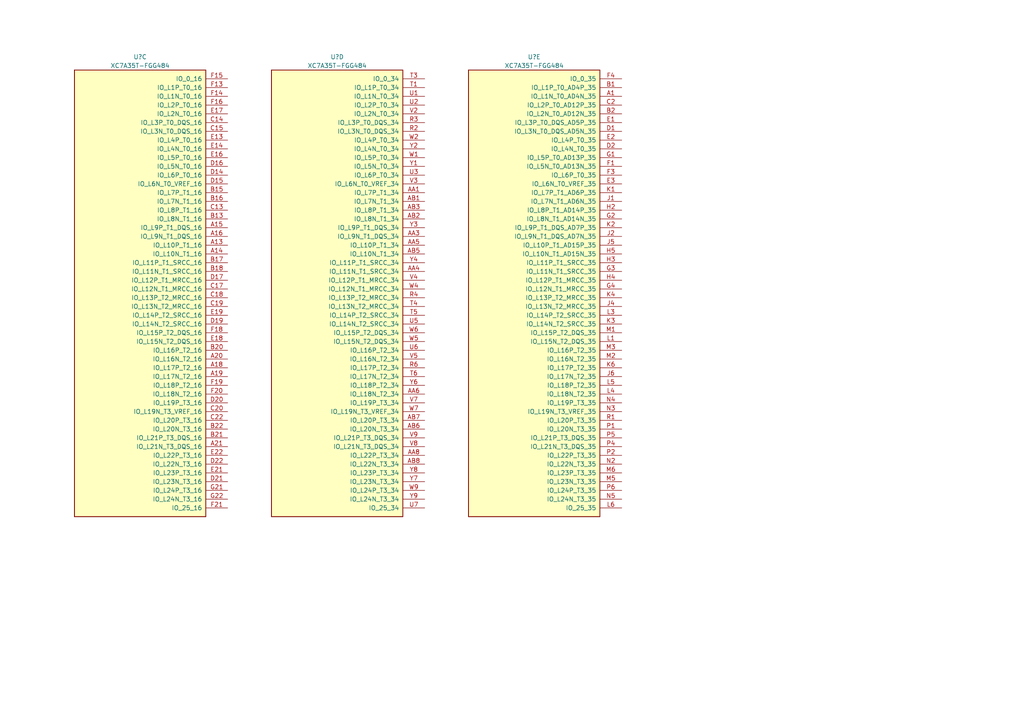
<source format=kicad_sch>
(kicad_sch (version 20250114) (generator "eeschema") (generator_version "9.0")
  (paper "A4")
  (lib_symbols
    (symbol "FPGA_Xilinx_Artix7:XC7A35T-FGG484" (pin_names (offset 1.016))
      (property "Reference" "U" (at -87.63 15.24 0))
      (property "Value" "XC7A35T-FGG484" (at -87.63 12.7 0))
      (symbol "XC7A35T-FGG484_1_1"
        (rectangle (start -19.05 64.77) (end 19.05 -64.77) (stroke (width 0.254)) (fill (type background)))
        (pin bidirectional line (at 25.4 62.23 180) (length 6.35) (name "IO_0_14") (number "P20"))
        (pin bidirectional line (at 25.4 59.69 180) (length 6.35) (name "IO_L1P_T0_D00_MOSI_14") (number "P22"))
        (pin bidirectional line (at 25.4 57.15 180) (length 6.35) (name "IO_L1N_T0_D01_DIN_14") (number "R22"))
        (pin bidirectional line (at 25.4 54.61 180) (length 6.35) (name "IO_L2P_T0_D02_14") (number "P21"))
        (pin bidirectional line (at 25.4 52.07 180) (length 6.35) (name "IO_L2N_T0_D03_14") (number "R21"))
        (pin bidirectional line (at 25.4 49.53 180) (length 6.35) (name "IO_L3P_T0_DQS_PUDC_B_14") (number "U22"))
        (pin bidirectional line (at 25.4 46.99 180) (length 6.35) (name "IO_L3N_T0_DQS_EMCCLK_14") (number "V22"))
        (pin bidirectional line (at 25.4 44.45 180) (length 6.35) (name "IO_L4P_T0_D04_14") (number "T21"))
        (pin bidirectional line (at 25.4 41.91 180) (length 6.35) (name "IO_L4N_T0_D05_14") (number "U21"))
        (pin bidirectional line (at 25.4 39.37 180) (length 6.35) (name "IO_L5P_T0_D06_14") (number "P19"))
        (pin bidirectional line (at 25.4 36.83 180) (length 6.35) (name "IO_L5N_T0_D07_14") (number "R19"))
        (pin bidirectional line (at 25.4 34.29 180) (length 6.35) (name "IO_L6P_T0_FCS_B_14") (number "T19"))
        (pin bidirectional line (at 25.4 31.75 180) (length 6.35) (name "IO_L6N_T0_D08_VREF_14") (number "T20"))
        (pin bidirectional line (at 25.4 29.21 180) (length 6.35) (name "IO_L7P_T1_D09_14") (number "W21"))
        (pin bidirectional line (at 25.4 26.67 180) (length 6.35) (name "IO_L7N_T1_D10_14") (number "W22"))
        (pin bidirectional line (at 25.4 24.13 180) (length 6.35) (name "IO_L8P_T1_D11_14") (number "AA20"))
        (pin bidirectional line (at 25.4 21.59 180) (length 6.35) (name "IO_L8N_T1_D12_14") (number "AA21"))
        (pin bidirectional line (at 25.4 19.05 180) (length 6.35) (name "IO_L9P_T1_DQS_14") (number "Y21"))
        (pin bidirectional line (at 25.4 16.51 180) (length 6.35) (name "IO_L9N_T1_DQS_D13_14") (number "Y22"))
        (pin bidirectional line (at 25.4 13.97 180) (length 6.35) (name "IO_L10P_T1_D14_14") (number "AB21"))
        (pin bidirectional line (at 25.4 11.43 180) (length 6.35) (name "IO_L10N_T1_D15_14") (number "AB22"))
        (pin bidirectional line (at 25.4 8.89 180) (length 6.35) (name "IO_L11P_T1_SRCC_14") (number "U20"))
        (pin bidirectional line (at 25.4 6.35 180) (length 6.35) (name "IO_L11N_T1_SRCC_14") (number "V20"))
        (pin bidirectional line (at 25.4 3.81 180) (length 6.35) (name "IO_L12P_T1_MRCC_14") (number "W19"))
        (pin bidirectional line (at 25.4 1.27 180) (length 6.35) (name "IO_L12N_T1_MRCC_14") (number "W20"))
        (pin bidirectional line (at 25.4 -1.27 180) (length 6.35) (name "IO_L13P_T2_MRCC_14") (number "Y18"))
        (pin bidirectional line (at 25.4 -3.81 180) (length 6.35) (name "IO_L13N_T2_MRCC_14") (number "Y19"))
        (pin bidirectional line (at 25.4 -6.35 180) (length 6.35) (name "IO_L14P_T2_SRCC_14") (number "V18"))
        (pin bidirectional line (at 25.4 -8.89 180) (length 6.35) (name "IO_L14N_T2_SRCC_14") (number "V19"))
        (pin bidirectional line (at 25.4 -11.43 180) (length 6.35) (name "IO_L15P_T2_DQS_RDWR_B_14") (number "AA19"))
        (pin bidirectional line (at 25.4 -13.97 180) (length 6.35) (name "IO_L15N_T2_DQS_DOUT_CSO_B_14") (number "AB20"))
        (pin bidirectional line (at 25.4 -16.51 180) (length 6.35) (name "IO_L16P_T2_CSI_B_14") (number "V17"))
        (pin bidirectional line (at 25.4 -19.05 180) (length 6.35) (name "IO_L16N_T2_A15_D31_14") (number "W17"))
        (pin bidirectional line (at 25.4 -21.59 180) (length 6.35) (name "IO_L17P_T2_A14_D30_14") (number "AA18"))
        (pin bidirectional line (at 25.4 -24.13 180) (length 6.35) (name "IO_L17N_T2_A13_D29_14") (number "AB18"))
        (pin bidirectional line (at 25.4 -26.67 180) (length 6.35) (name "IO_L18P_T2_A12_D28_14") (number "U17"))
        (pin bidirectional line (at 25.4 -29.21 180) (length 6.35) (name "IO_L18N_T2_A11_D27_14") (number "U18"))
        (pin bidirectional line (at 25.4 -31.75 180) (length 6.35) (name "IO_L19P_T3_A10_D26_14") (number "P14"))
        (pin bidirectional line (at 25.4 -34.29 180) (length 6.35) (name "IO_L19N_T3_A09_D25_VREF_14") (number "R14"))
        (pin bidirectional line (at 25.4 -36.83 180) (length 6.35) (name "IO_L20P_T3_A08_D24_14") (number "R18"))
        (pin bidirectional line (at 25.4 -39.37 180) (length 6.35) (name "IO_L20N_T3_A07_D23_14") (number "T18"))
        (pin bidirectional line (at 25.4 -41.91 180) (length 6.35) (name "IO_L21P_T3_DQS_14") (number "N17"))
        (pin bidirectional line (at 25.4 -44.45 180) (length 6.35) (name "IO_L21N_T3_DQS_A06_D22_14") (number "P17"))
        (pin bidirectional line (at 25.4 -46.99 180) (length 6.35) (name "IO_L22P_T3_A05_D21_14") (number "P15"))
        (pin bidirectional line (at 25.4 -49.53 180) (length 6.35) (name "IO_L22N_T3_A04_D20_14") (number "R16"))
        (pin bidirectional line (at 25.4 -52.07 180) (length 6.35) (name "IO_L23P_T3_A03_D19_14") (number "N13"))
        (pin bidirectional line (at 25.4 -54.61 180) (length 6.35) (name "IO_L23N_T3_A02_D18_14") (number "N14"))
        (pin bidirectional line (at 25.4 -57.15 180) (length 6.35) (name "IO_L24P_T3_A01_D17_14") (number "P16"))
        (pin bidirectional line (at 25.4 -59.69 180) (length 6.35) (name "IO_L24N_T3_A00_D16_14") (number "R17"))
        (pin bidirectional line (at 25.4 -62.23 180) (length 6.35) (name "IO_25_14") (number "N15"))
      )
      (symbol "XC7A35T-FGG484_2_1"
        (rectangle (start -19.05 64.77) (end 19.05 -64.77) (stroke (width 0.254)) (fill (type background)))
        (pin bidirectional line (at 25.4 62.23 180) (length 6.35) (name "IO_0_15") (number "J16"))
        (pin bidirectional line (at 25.4 59.69 180) (length 6.35) (name "IO_L1P_T0_AD0P_15") (number "H13"))
        (pin bidirectional line (at 25.4 57.15 180) (length 6.35) (name "IO_L1N_T0_AD0N_15") (number "G13"))
        (pin bidirectional line (at 25.4 54.61 180) (length 6.35) (name "IO_L2P_T0_AD8P_15") (number "G15"))
        (pin bidirectional line (at 25.4 52.07 180) (length 6.35) (name "IO_L2N_T0_AD8N_15") (number "G16"))
        (pin bidirectional line (at 25.4 49.53 180) (length 6.35) (name "IO_L3P_T0_DQS_AD1P_15") (number "J14"))
        (pin bidirectional line (at 25.4 46.99 180) (length 6.35) (name "IO_L3N_T0_DQS_AD1N_15") (number "H14"))
        (pin bidirectional line (at 25.4 44.45 180) (length 6.35) (name "IO_L4P_T0_15") (number "G17"))
        (pin bidirectional line (at 25.4 41.91 180) (length 6.35) (name "IO_L4N_T0_15") (number "G18"))
        (pin bidirectional line (at 25.4 39.37 180) (length 6.35) (name "IO_L5P_T0_AD9P_15") (number "J15"))
        (pin bidirectional line (at 25.4 36.83 180) (length 6.35) (name "IO_L5N_T0_AD9N_15") (number "H15"))
        (pin bidirectional line (at 25.4 34.29 180) (length 6.35) (name "IO_L6P_T0_15") (number "H17"))
        (pin bidirectional line (at 25.4 31.75 180) (length 6.35) (name "IO_L6N_T0_VREF_15") (number "H18"))
        (pin bidirectional line (at 25.4 29.21 180) (length 6.35) (name "IO_L7P_T1_AD2P_15") (number "J22"))
        (pin bidirectional line (at 25.4 26.67 180) (length 6.35) (name "IO_L7N_T1_AD2N_15") (number "H22"))
        (pin bidirectional line (at 25.4 24.13 180) (length 6.35) (name "IO_L8P_T1_AD10P_15") (number "H20"))
        (pin bidirectional line (at 25.4 21.59 180) (length 6.35) (name "IO_L8N_T1_AD10N_15") (number "G20"))
        (pin bidirectional line (at 25.4 19.05 180) (length 6.35) (name "IO_L9P_T1_DQS_AD3P_15") (number "K21"))
        (pin bidirectional line (at 25.4 16.51 180) (length 6.35) (name "IO_L9N_T1_DQS_AD3N_15") (number "K22"))
        (pin bidirectional line (at 25.4 13.97 180) (length 6.35) (name "IO_L10P_T1_AD11P_15") (number "M21"))
        (pin bidirectional line (at 25.4 11.43 180) (length 6.35) (name "IO_L10N_T1_AD11N_15") (number "L21"))
        (pin bidirectional line (at 25.4 8.89 180) (length 6.35) (name "IO_L11P_T1_SRCC_15") (number "J20"))
        (pin bidirectional line (at 25.4 6.35 180) (length 6.35) (name "IO_L11N_T1_SRCC_15") (number "J21"))
        (pin bidirectional line (at 25.4 3.81 180) (length 6.35) (name "IO_L12P_T1_MRCC_15") (number "J19"))
        (pin bidirectional line (at 25.4 1.27 180) (length 6.35) (name "IO_L12N_T1_MRCC_15") (number "H19"))
        (pin bidirectional line (at 25.4 -1.27 180) (length 6.35) (name "IO_L13P_T2_MRCC_15") (number "K18"))
        (pin bidirectional line (at 25.4 -3.81 180) (length 6.35) (name "IO_L13N_T2_MRCC_15") (number "K19"))
        (pin bidirectional line (at 25.4 -6.35 180) (length 6.35) (name "IO_L14P_T2_SRCC_15") (number "L19"))
        (pin bidirectional line (at 25.4 -8.89 180) (length 6.35) (name "IO_L14N_T2_SRCC_15") (number "L20"))
        (pin bidirectional line (at 25.4 -11.43 180) (length 6.35) (name "IO_L15P_T2_DQS_15") (number "N22"))
        (pin bidirectional line (at 25.4 -13.97 180) (length 6.35) (name "IO_L15N_T2_DQS_ADV_B_15") (number "M22"))
        (pin bidirectional line (at 25.4 -16.51 180) (length 6.35) (name "IO_L16P_T2_A28_15") (number "M18"))
        (pin bidirectional line (at 25.4 -19.05 180) (length 6.35) (name "IO_L16N_T2_A27_15") (number "L18"))
        (pin bidirectional line (at 25.4 -21.59 180) (length 6.35) (name "IO_L17P_T2_A26_15") (number "N18"))
        (pin bidirectional line (at 25.4 -24.13 180) (length 6.35) (name "IO_L17N_T2_A25_15") (number "N19"))
        (pin bidirectional line (at 25.4 -26.67 180) (length 6.35) (name "IO_L18P_T2_A24_15") (number "N20"))
        (pin bidirectional line (at 25.4 -29.21 180) (length 6.35) (name "IO_L18N_T2_A23_15") (number "M20"))
        (pin bidirectional line (at 25.4 -31.75 180) (length 6.35) (name "IO_L19P_T3_A22_15") (number "K13"))
        (pin bidirectional line (at 25.4 -34.29 180) (length 6.35) (name "IO_L19N_T3_A21_VREF_15") (number "K14"))
        (pin bidirectional line (at 25.4 -36.83 180) (length 6.35) (name "IO_L20P_T3_A20_15") (number "M13"))
        (pin bidirectional line (at 25.4 -39.37 180) (length 6.35) (name "IO_L20N_T3_A19_15") (number "L13"))
        (pin bidirectional line (at 25.4 -41.91 180) (length 6.35) (name "IO_L21P_T3_DQS_15") (number "K17"))
        (pin bidirectional line (at 25.4 -44.45 180) (length 6.35) (name "IO_L21N_T3_DQS_A18_15") (number "J17"))
        (pin bidirectional line (at 25.4 -46.99 180) (length 6.35) (name "IO_L22P_T3_A17_15") (number "L14"))
        (pin bidirectional line (at 25.4 -49.53 180) (length 6.35) (name "IO_L22N_T3_A16_15") (number "L15"))
        (pin bidirectional line (at 25.4 -52.07 180) (length 6.35) (name "IO_L23P_T3_FOE_B_15") (number "L16"))
        (pin bidirectional line (at 25.4 -54.61 180) (length 6.35) (name "IO_L23N_T3_FWE_B_15") (number "K16"))
        (pin bidirectional line (at 25.4 -57.15 180) (length 6.35) (name "IO_L24P_T3_RS1_15") (number "M15"))
        (pin bidirectional line (at 25.4 -59.69 180) (length 6.35) (name "IO_L24N_T3_RS0_15") (number "M16"))
        (pin bidirectional line (at 25.4 -62.23 180) (length 6.35) (name "IO_25_15") (number "M17"))
      )
      (symbol "XC7A35T-FGG484_3_1"
        (rectangle (start -19.05 64.77) (end 19.05 -64.77) (stroke (width 0.254)) (fill (type background)))
        (pin bidirectional line (at 25.4 62.23 180) (length 6.35) (name "IO_0_16") (number "F15"))
        (pin bidirectional line (at 25.4 59.69 180) (length 6.35) (name "IO_L1P_T0_16") (number "F13"))
        (pin bidirectional line (at 25.4 57.15 180) (length 6.35) (name "IO_L1N_T0_16") (number "F14"))
        (pin bidirectional line (at 25.4 54.61 180) (length 6.35) (name "IO_L2P_T0_16") (number "F16"))
        (pin bidirectional line (at 25.4 52.07 180) (length 6.35) (name "IO_L2N_T0_16") (number "E17"))
        (pin bidirectional line (at 25.4 49.53 180) (length 6.35) (name "IO_L3P_T0_DQS_16") (number "C14"))
        (pin bidirectional line (at 25.4 46.99 180) (length 6.35) (name "IO_L3N_T0_DQS_16") (number "C15"))
        (pin bidirectional line (at 25.4 44.45 180) (length 6.35) (name "IO_L4P_T0_16") (number "E13"))
        (pin bidirectional line (at 25.4 41.91 180) (length 6.35) (name "IO_L4N_T0_16") (number "E14"))
        (pin bidirectional line (at 25.4 39.37 180) (length 6.35) (name "IO_L5P_T0_16") (number "E16"))
        (pin bidirectional line (at 25.4 36.83 180) (length 6.35) (name "IO_L5N_T0_16") (number "D16"))
        (pin bidirectional line (at 25.4 34.29 180) (length 6.35) (name "IO_L6P_T0_16") (number "D14"))
        (pin bidirectional line (at 25.4 31.75 180) (length 6.35) (name "IO_L6N_T0_VREF_16") (number "D15"))
        (pin bidirectional line (at 25.4 29.21 180) (length 6.35) (name "IO_L7P_T1_16") (number "B15"))
        (pin bidirectional line (at 25.4 26.67 180) (length 6.35) (name "IO_L7N_T1_16") (number "B16"))
        (pin bidirectional line (at 25.4 24.13 180) (length 6.35) (name "IO_L8P_T1_16") (number "C13"))
        (pin bidirectional line (at 25.4 21.59 180) (length 6.35) (name "IO_L8N_T1_16") (number "B13"))
        (pin bidirectional line (at 25.4 19.05 180) (length 6.35) (name "IO_L9P_T1_DQS_16") (number "A15"))
        (pin bidirectional line (at 25.4 16.51 180) (length 6.35) (name "IO_L9N_T1_DQS_16") (number "A16"))
        (pin bidirectional line (at 25.4 13.97 180) (length 6.35) (name "IO_L10P_T1_16") (number "A13"))
        (pin bidirectional line (at 25.4 11.43 180) (length 6.35) (name "IO_L10N_T1_16") (number "A14"))
        (pin bidirectional line (at 25.4 8.89 180) (length 6.35) (name "IO_L11P_T1_SRCC_16") (number "B17"))
        (pin bidirectional line (at 25.4 6.35 180) (length 6.35) (name "IO_L11N_T1_SRCC_16") (number "B18"))
        (pin bidirectional line (at 25.4 3.81 180) (length 6.35) (name "IO_L12P_T1_MRCC_16") (number "D17"))
        (pin bidirectional line (at 25.4 1.27 180) (length 6.35) (name "IO_L12N_T1_MRCC_16") (number "C17"))
        (pin bidirectional line (at 25.4 -1.27 180) (length 6.35) (name "IO_L13P_T2_MRCC_16") (number "C18"))
        (pin bidirectional line (at 25.4 -3.81 180) (length 6.35) (name "IO_L13N_T2_MRCC_16") (number "C19"))
        (pin bidirectional line (at 25.4 -6.35 180) (length 6.35) (name "IO_L14P_T2_SRCC_16") (number "E19"))
        (pin bidirectional line (at 25.4 -8.89 180) (length 6.35) (name "IO_L14N_T2_SRCC_16") (number "D19"))
        (pin bidirectional line (at 25.4 -11.43 180) (length 6.35) (name "IO_L15P_T2_DQS_16") (number "F18"))
        (pin bidirectional line (at 25.4 -13.97 180) (length 6.35) (name "IO_L15N_T2_DQS_16") (number "E18"))
        (pin bidirectional line (at 25.4 -16.51 180) (length 6.35) (name "IO_L16P_T2_16") (number "B20"))
        (pin bidirectional line (at 25.4 -19.05 180) (length 6.35) (name "IO_L16N_T2_16") (number "A20"))
        (pin bidirectional line (at 25.4 -21.59 180) (length 6.35) (name "IO_L17P_T2_16") (number "A18"))
        (pin bidirectional line (at 25.4 -24.13 180) (length 6.35) (name "IO_L17N_T2_16") (number "A19"))
        (pin bidirectional line (at 25.4 -26.67 180) (length 6.35) (name "IO_L18P_T2_16") (number "F19"))
        (pin bidirectional line (at 25.4 -29.21 180) (length 6.35) (name "IO_L18N_T2_16") (number "F20"))
        (pin bidirectional line (at 25.4 -31.75 180) (length 6.35) (name "IO_L19P_T3_16") (number "D20"))
        (pin bidirectional line (at 25.4 -34.29 180) (length 6.35) (name "IO_L19N_T3_VREF_16") (number "C20"))
        (pin bidirectional line (at 25.4 -36.83 180) (length 6.35) (name "IO_L20P_T3_16") (number "C22"))
        (pin bidirectional line (at 25.4 -39.37 180) (length 6.35) (name "IO_L20N_T3_16") (number "B22"))
        (pin bidirectional line (at 25.4 -41.91 180) (length 6.35) (name "IO_L21P_T3_DQS_16") (number "B21"))
        (pin bidirectional line (at 25.4 -44.45 180) (length 6.35) (name "IO_L21N_T3_DQS_16") (number "A21"))
        (pin bidirectional line (at 25.4 -46.99 180) (length 6.35) (name "IO_L22P_T3_16") (number "E22"))
        (pin bidirectional line (at 25.4 -49.53 180) (length 6.35) (name "IO_L22N_T3_16") (number "D22"))
        (pin bidirectional line (at 25.4 -52.07 180) (length 6.35) (name "IO_L23P_T3_16") (number "E21"))
        (pin bidirectional line (at 25.4 -54.61 180) (length 6.35) (name "IO_L23N_T3_16") (number "D21"))
        (pin bidirectional line (at 25.4 -57.15 180) (length 6.35) (name "IO_L24P_T3_16") (number "G21"))
        (pin bidirectional line (at 25.4 -59.69 180) (length 6.35) (name "IO_L24N_T3_16") (number "G22"))
        (pin bidirectional line (at 25.4 -62.23 180) (length 6.35) (name "IO_25_16") (number "F21"))
      )
      (symbol "XC7A35T-FGG484_4_1"
        (rectangle (start -19.05 64.77) (end 19.05 -64.77) (stroke (width 0.254)) (fill (type background)))
        (pin bidirectional line (at 25.4 62.23 180) (length 6.35) (name "IO_0_34") (number "T3"))
        (pin bidirectional line (at 25.4 59.69 180) (length 6.35) (name "IO_L1P_T0_34") (number "T1"))
        (pin bidirectional line (at 25.4 57.15 180) (length 6.35) (name "IO_L1N_T0_34") (number "U1"))
        (pin bidirectional line (at 25.4 54.61 180) (length 6.35) (name "IO_L2P_T0_34") (number "U2"))
        (pin bidirectional line (at 25.4 52.07 180) (length 6.35) (name "IO_L2N_T0_34") (number "V2"))
        (pin bidirectional line (at 25.4 49.53 180) (length 6.35) (name "IO_L3P_T0_DQS_34") (number "R3"))
        (pin bidirectional line (at 25.4 46.99 180) (length 6.35) (name "IO_L3N_T0_DQS_34") (number "R2"))
        (pin bidirectional line (at 25.4 44.45 180) (length 6.35) (name "IO_L4P_T0_34") (number "W2"))
        (pin bidirectional line (at 25.4 41.91 180) (length 6.35) (name "IO_L4N_T0_34") (number "Y2"))
        (pin bidirectional line (at 25.4 39.37 180) (length 6.35) (name "IO_L5P_T0_34") (number "W1"))
        (pin bidirectional line (at 25.4 36.83 180) (length 6.35) (name "IO_L5N_T0_34") (number "Y1"))
        (pin bidirectional line (at 25.4 34.29 180) (length 6.35) (name "IO_L6P_T0_34") (number "U3"))
        (pin bidirectional line (at 25.4 31.75 180) (length 6.35) (name "IO_L6N_T0_VREF_34") (number "V3"))
        (pin bidirectional line (at 25.4 29.21 180) (length 6.35) (name "IO_L7P_T1_34") (number "AA1"))
        (pin bidirectional line (at 25.4 26.67 180) (length 6.35) (name "IO_L7N_T1_34") (number "AB1"))
        (pin bidirectional line (at 25.4 24.13 180) (length 6.35) (name "IO_L8P_T1_34") (number "AB3"))
        (pin bidirectional line (at 25.4 21.59 180) (length 6.35) (name "IO_L8N_T1_34") (number "AB2"))
        (pin bidirectional line (at 25.4 19.05 180) (length 6.35) (name "IO_L9P_T1_DQS_34") (number "Y3"))
        (pin bidirectional line (at 25.4 16.51 180) (length 6.35) (name "IO_L9N_T1_DQS_34") (number "AA3"))
        (pin bidirectional line (at 25.4 13.97 180) (length 6.35) (name "IO_L10P_T1_34") (number "AA5"))
        (pin bidirectional line (at 25.4 11.43 180) (length 6.35) (name "IO_L10N_T1_34") (number "AB5"))
        (pin bidirectional line (at 25.4 8.89 180) (length 6.35) (name "IO_L11P_T1_SRCC_34") (number "Y4"))
        (pin bidirectional line (at 25.4 6.35 180) (length 6.35) (name "IO_L11N_T1_SRCC_34") (number "AA4"))
        (pin bidirectional line (at 25.4 3.81 180) (length 6.35) (name "IO_L12P_T1_MRCC_34") (number "V4"))
        (pin bidirectional line (at 25.4 1.27 180) (length 6.35) (name "IO_L12N_T1_MRCC_34") (number "W4"))
        (pin bidirectional line (at 25.4 -1.27 180) (length 6.35) (name "IO_L13P_T2_MRCC_34") (number "R4"))
        (pin bidirectional line (at 25.4 -3.81 180) (length 6.35) (name "IO_L13N_T2_MRCC_34") (number "T4"))
        (pin bidirectional line (at 25.4 -6.35 180) (length 6.35) (name "IO_L14P_T2_SRCC_34") (number "T5"))
        (pin bidirectional line (at 25.4 -8.89 180) (length 6.35) (name "IO_L14N_T2_SRCC_34") (number "U5"))
        (pin bidirectional line (at 25.4 -11.43 180) (length 6.35) (name "IO_L15P_T2_DQS_34") (number "W6"))
        (pin bidirectional line (at 25.4 -13.97 180) (length 6.35) (name "IO_L15N_T2_DQS_34") (number "W5"))
        (pin bidirectional line (at 25.4 -16.51 180) (length 6.35) (name "IO_L16P_T2_34") (number "U6"))
        (pin bidirectional line (at 25.4 -19.05 180) (length 6.35) (name "IO_L16N_T2_34") (number "V5"))
        (pin bidirectional line (at 25.4 -21.59 180) (length 6.35) (name "IO_L17P_T2_34") (number "R6"))
        (pin bidirectional line (at 25.4 -24.13 180) (length 6.35) (name "IO_L17N_T2_34") (number "T6"))
        (pin bidirectional line (at 25.4 -26.67 180) (length 6.35) (name "IO_L18P_T2_34") (number "Y6"))
        (pin bidirectional line (at 25.4 -29.21 180) (length 6.35) (name "IO_L18N_T2_34") (number "AA6"))
        (pin bidirectional line (at 25.4 -31.75 180) (length 6.35) (name "IO_L19P_T3_34") (number "V7"))
        (pin bidirectional line (at 25.4 -34.29 180) (length 6.35) (name "IO_L19N_T3_VREF_34") (number "W7"))
        (pin bidirectional line (at 25.4 -36.83 180) (length 6.35) (name "IO_L20P_T3_34") (number "AB7"))
        (pin bidirectional line (at 25.4 -39.37 180) (length 6.35) (name "IO_L20N_T3_34") (number "AB6"))
        (pin bidirectional line (at 25.4 -41.91 180) (length 6.35) (name "IO_L21P_T3_DQS_34") (number "V9"))
        (pin bidirectional line (at 25.4 -44.45 180) (length 6.35) (name "IO_L21N_T3_DQS_34") (number "V8"))
        (pin bidirectional line (at 25.4 -46.99 180) (length 6.35) (name "IO_L22P_T3_34") (number "AA8"))
        (pin bidirectional line (at 25.4 -49.53 180) (length 6.35) (name "IO_L22N_T3_34") (number "AB8"))
        (pin bidirectional line (at 25.4 -52.07 180) (length 6.35) (name "IO_L23P_T3_34") (number "Y8"))
        (pin bidirectional line (at 25.4 -54.61 180) (length 6.35) (name "IO_L23N_T3_34") (number "Y7"))
        (pin bidirectional line (at 25.4 -57.15 180) (length 6.35) (name "IO_L24P_T3_34") (number "W9"))
        (pin bidirectional line (at 25.4 -59.69 180) (length 6.35) (name "IO_L24N_T3_34") (number "Y9"))
        (pin bidirectional line (at 25.4 -62.23 180) (length 6.35) (name "IO_25_34") (number "U7"))
      )
      (symbol "XC7A35T-FGG484_5_1"
        (rectangle (start -19.05 64.77) (end 19.05 -64.77) (stroke (width 0.254)) (fill (type background)))
        (pin bidirectional line (at 25.4 62.23 180) (length 6.35) (name "IO_0_35") (number "F4"))
        (pin bidirectional line (at 25.4 59.69 180) (length 6.35) (name "IO_L1P_T0_AD4P_35") (number "B1"))
        (pin bidirectional line (at 25.4 57.15 180) (length 6.35) (name "IO_L1N_T0_AD4N_35") (number "A1"))
        (pin bidirectional line (at 25.4 54.61 180) (length 6.35) (name "IO_L2P_T0_AD12P_35") (number "C2"))
        (pin bidirectional line (at 25.4 52.07 180) (length 6.35) (name "IO_L2N_T0_AD12N_35") (number "B2"))
        (pin bidirectional line (at 25.4 49.53 180) (length 6.35) (name "IO_L3P_T0_DQS_AD5P_35") (number "E1"))
        (pin bidirectional line (at 25.4 46.99 180) (length 6.35) (name "IO_L3N_T0_DQS_AD5N_35") (number "D1"))
        (pin bidirectional line (at 25.4 44.45 180) (length 6.35) (name "IO_L4P_T0_35") (number "E2"))
        (pin bidirectional line (at 25.4 41.91 180) (length 6.35) (name "IO_L4N_T0_35") (number "D2"))
        (pin bidirectional line (at 25.4 39.37 180) (length 6.35) (name "IO_L5P_T0_AD13P_35") (number "G1"))
        (pin bidirectional line (at 25.4 36.83 180) (length 6.35) (name "IO_L5N_T0_AD13N_35") (number "F1"))
        (pin bidirectional line (at 25.4 34.29 180) (length 6.35) (name "IO_L6P_T0_35") (number "F3"))
        (pin bidirectional line (at 25.4 31.75 180) (length 6.35) (name "IO_L6N_T0_VREF_35") (number "E3"))
        (pin bidirectional line (at 25.4 29.21 180) (length 6.35) (name "IO_L7P_T1_AD6P_35") (number "K1"))
        (pin bidirectional line (at 25.4 26.67 180) (length 6.35) (name "IO_L7N_T1_AD6N_35") (number "J1"))
        (pin bidirectional line (at 25.4 24.13 180) (length 6.35) (name "IO_L8P_T1_AD14P_35") (number "H2"))
        (pin bidirectional line (at 25.4 21.59 180) (length 6.35) (name "IO_L8N_T1_AD14N_35") (number "G2"))
        (pin bidirectional line (at 25.4 19.05 180) (length 6.35) (name "IO_L9P_T1_DQS_AD7P_35") (number "K2"))
        (pin bidirectional line (at 25.4 16.51 180) (length 6.35) (name "IO_L9N_T1_DQS_AD7N_35") (number "J2"))
        (pin bidirectional line (at 25.4 13.97 180) (length 6.35) (name "IO_L10P_T1_AD15P_35") (number "J5"))
        (pin bidirectional line (at 25.4 11.43 180) (length 6.35) (name "IO_L10N_T1_AD15N_35") (number "H5"))
        (pin bidirectional line (at 25.4 8.89 180) (length 6.35) (name "IO_L11P_T1_SRCC_35") (number "H3"))
        (pin bidirectional line (at 25.4 6.35 180) (length 6.35) (name "IO_L11N_T1_SRCC_35") (number "G3"))
        (pin bidirectional line (at 25.4 3.81 180) (length 6.35) (name "IO_L12P_T1_MRCC_35") (number "H4"))
        (pin bidirectional line (at 25.4 1.27 180) (length 6.35) (name "IO_L12N_T1_MRCC_35") (number "G4"))
        (pin bidirectional line (at 25.4 -1.27 180) (length 6.35) (name "IO_L13P_T2_MRCC_35") (number "K4"))
        (pin bidirectional line (at 25.4 -3.81 180) (length 6.35) (name "IO_L13N_T2_MRCC_35") (number "J4"))
        (pin bidirectional line (at 25.4 -6.35 180) (length 6.35) (name "IO_L14P_T2_SRCC_35") (number "L3"))
        (pin bidirectional line (at 25.4 -8.89 180) (length 6.35) (name "IO_L14N_T2_SRCC_35") (number "K3"))
        (pin bidirectional line (at 25.4 -11.43 180) (length 6.35) (name "IO_L15P_T2_DQS_35") (number "M1"))
        (pin bidirectional line (at 25.4 -13.97 180) (length 6.35) (name "IO_L15N_T2_DQS_35") (number "L1"))
        (pin bidirectional line (at 25.4 -16.51 180) (length 6.35) (name "IO_L16P_T2_35") (number "M3"))
        (pin bidirectional line (at 25.4 -19.05 180) (length 6.35) (name "IO_L16N_T2_35") (number "M2"))
        (pin bidirectional line (at 25.4 -21.59 180) (length 6.35) (name "IO_L17P_T2_35") (number "K6"))
        (pin bidirectional line (at 25.4 -24.13 180) (length 6.35) (name "IO_L17N_T2_35") (number "J6"))
        (pin bidirectional line (at 25.4 -26.67 180) (length 6.35) (name "IO_L18P_T2_35") (number "L5"))
        (pin bidirectional line (at 25.4 -29.21 180) (length 6.35) (name "IO_L18N_T2_35") (number "L4"))
        (pin bidirectional line (at 25.4 -31.75 180) (length 6.35) (name "IO_L19P_T3_35") (number "N4"))
        (pin bidirectional line (at 25.4 -34.29 180) (length 6.35) (name "IO_L19N_T3_VREF_35") (number "N3"))
        (pin bidirectional line (at 25.4 -36.83 180) (length 6.35) (name "IO_L20P_T3_35") (number "R1"))
        (pin bidirectional line (at 25.4 -39.37 180) (length 6.35) (name "IO_L20N_T3_35") (number "P1"))
        (pin bidirectional line (at 25.4 -41.91 180) (length 6.35) (name "IO_L21P_T3_DQS_35") (number "P5"))
        (pin bidirectional line (at 25.4 -44.45 180) (length 6.35) (name "IO_L21N_T3_DQS_35") (number "P4"))
        (pin bidirectional line (at 25.4 -46.99 180) (length 6.35) (name "IO_L22P_T3_35") (number "P2"))
        (pin bidirectional line (at 25.4 -49.53 180) (length 6.35) (name "IO_L22N_T3_35") (number "N2"))
        (pin bidirectional line (at 25.4 -52.07 180) (length 6.35) (name "IO_L23P_T3_35") (number "M6"))
        (pin bidirectional line (at 25.4 -54.61 180) (length 6.35) (name "IO_L23N_T3_35") (number "M5"))
        (pin bidirectional line (at 25.4 -57.15 180) (length 6.35) (name "IO_L24P_T3_35") (number "P6"))
        (pin bidirectional line (at 25.4 -59.69 180) (length 6.35) (name "IO_L24N_T3_35") (number "N5"))
        (pin bidirectional line (at 25.4 -62.23 180) (length 6.35) (name "IO_25_35") (number "L6"))
      )
      (symbol "XC7A35T-FGG484_6_1"
        (rectangle (start -12.7 29.21) (end 12.7 -29.21) (stroke (width 0.254)) (fill (type background)))
        (pin bidirectional line (at 19.05 26.67 180) (length 6.35) (name "MGTPTXP0_216") (number "B4"))
        (pin bidirectional line (at 19.05 24.13 180) (length 6.35) (name "MGTPTXN0_216") (number "A4"))
        (pin bidirectional line (at 19.05 21.59 180) (length 6.35) (name "MGTPTXP1_216") (number "D5"))
        (pin bidirectional line (at 19.05 19.05 180) (length 6.35) (name "MGTPTXN1_216") (number "C5"))
        (pin bidirectional line (at 19.05 16.51 180) (length 6.35) (name "MGTPTXP2_216") (number "B6"))
        (pin bidirectional line (at 19.05 13.97 180) (length 6.35) (name "MGTPTXN2_216") (number "A6"))
        (pin bidirectional line (at 19.05 11.43 180) (length 6.35) (name "MGTPTXP3_216") (number "D7"))
        (pin bidirectional line (at 19.05 8.89 180) (length 6.35) (name "MGTPTXN3_216") (number "C7"))
        (pin bidirectional line (at 19.05 3.81 180) (length 6.35) (name "MGTPRXP0_216") (number "B8"))
        (pin bidirectional line (at 19.05 1.27 180) (length 6.35) (name "MGTPRXN0_216") (number "A8"))
        (pin bidirectional line (at 19.05 -1.27 180) (length 6.35) (name "MGTPRXP1_216") (number "D11"))
        (pin bidirectional line (at 19.05 -3.81 180) (length 6.35) (name "MGTPRXN1_216") (number "C11"))
        (pin bidirectional line (at 19.05 -6.35 180) (length 6.35) (name "MGTPRXP2_216") (number "B10"))
        (pin bidirectional line (at 19.05 -8.89 180) (length 6.35) (name "MGTPRXN2_216") (number "A10"))
        (pin bidirectional line (at 19.05 -11.43 180) (length 6.35) (name "MGTPRXP3_216") (number "D9"))
        (pin bidirectional line (at 19.05 -13.97 180) (length 6.35) (name "MGTPRXN3_216") (number "C9"))
        (pin bidirectional line (at 19.05 -19.05 180) (length 6.35) (name "MGTREFCLK0P_216") (number "F6"))
        (pin bidirectional line (at 19.05 -21.59 180) (length 6.35) (name "MGTREFCLK0N_216") (number "E6"))
        (pin bidirectional line (at 19.05 -24.13 180) (length 6.35) (name "MGTREFCLK1P_216") (number "F10"))
        (pin bidirectional line (at 19.05 -26.67 180) (length 6.35) (name "MGTREFCLK1N_216") (number "E10"))
      )
      (symbol "XC7A35T-FGG484_7_1"
        (rectangle (start -13.97 11.43) (end 13.97 -11.43) (stroke (width 0.254)) (fill (type background)))
        (pin power_in line (at -20.32 8.89 0) (length 6.35) (name "MGTAVCC") (number "D6"))
        (pin power_in line (at -20.32 6.35 0) (length 6.35) (name "MGTAVCC") (number "D10"))
        (pin power_in line (at -20.32 3.81 0) (length 6.35) (name "MGTAVCC") (number "F7"))
        (pin power_in line (at -20.32 1.27 0) (length 6.35) (name "MGTAVCC") (number "F9"))
        (pin power_in line (at -20.32 -1.27 0) (length 6.35) (name "MGTAVCC") (number "E8"))
        (pin power_in line (at 20.32 8.89 180) (length 6.35) (name "MGTAVTT") (number "B5"))
        (pin power_in line (at 20.32 6.35 180) (length 6.35) (name "MGTAVTT") (number "B7"))
        (pin power_in line (at 20.32 3.81 180) (length 6.35) (name "MGTAVTT") (number "B9"))
        (pin power_in line (at 20.32 1.27 180) (length 6.35) (name "MGTAVTT") (number "B11"))
        (pin power_in line (at 20.32 -1.27 180) (length 6.35) (name "MGTAVTT") (number "C4"))
        (pin power_in line (at 20.32 -3.81 180) (length 6.35) (name "MGTAVTT") (number "C8"))
        (pin power_in line (at 20.32 -8.89 180) (length 6.35) (name "MGTRREF_216") (number "F8"))
      )
      (symbol "XC7A35T-FGG484_8_1"
        (rectangle (start -10.16 31.75) (end 10.16 -31.75) (stroke (width 0.254)) (fill (type background)))
        (pin bidirectional line (at 16.51 29.21 180) (length 6.35) (name "TDI_0") (number "R13"))
        (pin bidirectional line (at 16.51 26.67 180) (length 6.35) (name "TDO_0") (number "U13"))
        (pin bidirectional line (at 16.51 24.13 180) (length 6.35) (name "TMS_0") (number "T13"))
        (pin bidirectional line (at 16.51 21.59 180) (length 6.35) (name "TCK_0") (number "V12"))
        (pin bidirectional line (at 16.51 16.51 180) (length 6.35) (name "CCLK_0") (number "L12"))
        (pin bidirectional line (at 16.51 13.97 180) (length 6.35) (name "M0_0") (number "U11"))
        (pin bidirectional line (at 16.51 11.43 180) (length 6.35) (name "M1_0") (number "U10"))
        (pin bidirectional line (at 16.51 8.89 180) (length 6.35) (name "M2_0") (number "U9"))
        (pin bidirectional line (at 16.51 3.81 180) (length 6.35) (name "DONE_0") (number "G11"))
        (pin bidirectional line (at 16.51 1.27 180) (length 6.35) (name "INIT_B_0") (number "U12"))
        (pin bidirectional line (at 16.51 -1.27 180) (length 6.35) (name "PROGRAM_B_0") (number "N12"))
        (pin bidirectional line (at 16.51 -6.35 180) (length 6.35) (name "CFGBVS_0") (number "U8"))
        (pin bidirectional line (at 16.51 -11.43 180) (length 6.35) (name "VP_0") (number "L10"))
        (pin bidirectional line (at 16.51 -13.97 180) (length 6.35) (name "VN_0") (number "M9"))
        (pin bidirectional line (at 16.51 -19.05 180) (length 6.35) (name "VREFP_0") (number "M10"))
        (pin bidirectional line (at 16.51 -21.59 180) (length 6.35) (name "VREFN_0") (number "L9"))
        (pin bidirectional line (at 16.51 -26.67 180) (length 6.35) (name "DXP_0") (number "N10"))
        (pin bidirectional line (at 16.51 -29.21 180) (length 6.35) (name "DXN_0") (number "N9"))
      )
      (symbol "XC7A35T-FGG484_9_1"
        (rectangle (start -19.05 76.2) (end 19.05 -76.2) (stroke (width 0.254)) (fill (type background)))
        (pin power_in line (at -25.4 73.66 0) (length 6.35) (name "VCCAUX") (number "H12"))
        (pin power_in line (at -25.4 71.12 0) (length 6.35) (name "VCCAUX") (number "K12"))
        (pin power_in line (at -25.4 68.58 0) (length 6.35) (name "VCCAUX") (number "M12"))
        (pin power_in line (at -25.4 66.04 0) (length 6.35) (name "VCCAUX") (number "P12"))
        (pin power_in line (at -25.4 63.5 0) (length 6.35) (name "VCCAUX") (number "R11"))
        (pin power_in line (at -25.4 58.42 0) (length 6.35) (name "GNDADC_0") (number "K9"))
        (pin power_in line (at -25.4 55.88 0) (length 6.35) (name "VCCADC_0") (number "K10"))
        (pin power_in line (at -25.4 53.34 0) (length 6.35) (name "VCCBATT_0") (number "E12"))
        (pin power_in line (at -25.4 50.8 0) (length 6.35) (name "VCCBRAM") (number "J11"))
        (pin power_in line (at -25.4 48.26 0) (length 6.35) (name "VCCBRAM") (number "L11"))
        (pin power_in line (at -25.4 45.72 0) (length 6.35) (name "VCCBRAM") (number "N11"))
        (pin power_in line (at -25.4 35.56 0) (length 6.35) (name "GND") (number "A2"))
        (pin power_in line (at -25.4 33.02 0) (length 6.35) (name "GND") (number "A3"))
        (pin power_in line (at -25.4 30.48 0) (length 6.35) (name "GND") (number "A5"))
        (pin power_in line (at -25.4 27.94 0) (length 6.35) (name "GND") (number "A7"))
        (pin power_in line (at -25.4 25.4 0) (length 6.35) (name "GND") (number "A9"))
        (pin power_in line (at -25.4 22.86 0) (length 6.35) (name "GND") (number "A11"))
        (pin power_in line (at -25.4 20.32 0) (length 6.35) (name "GND") (number "A12"))
        (pin power_in line (at -25.4 17.78 0) (length 6.35) (name "GND") (number "A22"))
        (pin power_in line (at -25.4 15.24 0) (length 6.35) (name "GND") (number "B3"))
        (pin power_in line (at -25.4 12.7 0) (length 6.35) (name "GND") (number "B12"))
        (pin power_in line (at -25.4 10.16 0) (length 6.35) (name "GND") (number "B19"))
        (pin power_in line (at -25.4 7.62 0) (length 6.35) (name "GND") (number "C3"))
        (pin power_in line (at -25.4 5.08 0) (length 6.35) (name "GND") (number "C6"))
        (pin power_in line (at -25.4 2.54 0) (length 6.35) (name "GND") (number "C10"))
        (pin power_in line (at -25.4 0 0) (length 6.35) (name "GND") (number "C12"))
        (pin power_in line (at -25.4 -2.54 0) (length 6.35) (name "GND") (number "C16"))
        (pin power_in line (at -25.4 -5.08 0) (length 6.35) (name "GND") (number "D3"))
        (pin power_in line (at -25.4 -7.62 0) (length 6.35) (name "GND") (number "D4"))
        (pin power_in line (at -25.4 -10.16 0) (length 6.35) (name "GND") (number "D8"))
        (pin power_in line (at -25.4 -12.7 0) (length 6.35) (name "GND") (number "D12"))
        (pin power_in line (at -25.4 -15.24 0) (length 6.35) (name "GND") (number "D13"))
        (pin power_in line (at -25.4 -17.78 0) (length 6.35) (name "GND") (number "E4"))
        (pin power_in line (at -25.4 -20.32 0) (length 6.35) (name "GND") (number "E5"))
        (pin power_in line (at -25.4 -22.86 0) (length 6.35) (name "GND") (number "E7"))
        (pin power_in line (at -25.4 -25.4 0) (length 6.35) (name "GND") (number "E9"))
        (pin power_in line (at -25.4 -27.94 0) (length 6.35) (name "GND") (number "E11"))
        (pin power_in line (at -25.4 -30.48 0) (length 6.35) (name "GND") (number "E20"))
        (pin power_in line (at -25.4 -33.02 0) (length 6.35) (name "GND") (number "F5"))
        (pin power_in line (at -25.4 -35.56 0) (length 6.35) (name "GND") (number "F11"))
        (pin power_in line (at -25.4 -38.1 0) (length 6.35) (name "GND") (number "F17"))
        (pin power_in line (at -25.4 -40.64 0) (length 6.35) (name "GND") (number "G5"))
        (pin power_in line (at -25.4 -43.18 0) (length 6.35) (name "GND") (number "G6"))
        (pin power_in line (at -25.4 -45.72 0) (length 6.35) (name "GND") (number "G7"))
        (pin power_in line (at -25.4 -48.26 0) (length 6.35) (name "GND") (number "G8"))
        (pin power_in line (at -25.4 -50.8 0) (length 6.35) (name "GND") (number "G9"))
        (pin power_in line (at -25.4 -53.34 0) (length 6.35) (name "GND") (number "G10"))
        (pin power_in line (at -25.4 -55.88 0) (length 6.35) (name "GND") (number "G12"))
        (pin power_in line (at -25.4 -58.42 0) (length 6.35) (name "GND") (number "G14"))
        (pin power_in line (at -25.4 -60.96 0) (length 6.35) (name "GND") (number "H1"))
        (pin power_in line (at -25.4 -63.5 0) (length 6.35) (name "GND") (number "H7"))
        (pin power_in line (at -25.4 -66.04 0) (length 6.35) (name "GND") (number "H9"))
        (pin power_in line (at -25.4 -68.58 0) (length 6.35) (name "GND") (number "H11"))
        (pin power_in line (at -25.4 -71.12 0) (length 6.35) (name "GND") (number "H21"))
        (pin power_in line (at -25.4 -73.66 0) (length 6.35) (name "GND") (number "J8"))
        (pin power_in line (at 25.4 73.66 180) (length 6.35) (name "VCCINT") (number "H8"))
        (pin power_in line (at 25.4 71.12 180) (length 6.35) (name "VCCINT") (number "H10"))
        (pin power_in line (at 25.4 68.58 180) (length 6.35) (name "VCCINT") (number "J7"))
        (pin power_in line (at 25.4 66.04 180) (length 6.35) (name "VCCINT") (number "J9"))
        (pin power_in line (at 25.4 63.5 180) (length 6.35) (name "VCCINT") (number "K8"))
        (pin power_in line (at 25.4 60.96 180) (length 6.35) (name "VCCINT") (number "L7"))
        (pin power_in line (at 25.4 58.42 180) (length 6.35) (name "VCCINT") (number "M8"))
        (pin power_in line (at 25.4 55.88 180) (length 6.35) (name "VCCINT") (number "N7"))
        (pin power_in line (at 25.4 53.34 180) (length 6.35) (name "VCCINT") (number "P8"))
        (pin power_in line (at 25.4 50.8 180) (length 6.35) (name "VCCINT") (number "P10"))
        (pin power_in line (at 25.4 48.26 180) (length 6.35) (name "VCCINT") (number "R7"))
        (pin power_in line (at 25.4 45.72 180) (length 6.35) (name "VCCINT") (number "R9"))
        (pin power_in line (at 25.4 43.18 180) (length 6.35) (name "VCCINT") (number "T8"))
        (pin power_in line (at 25.4 40.64 180) (length 6.35) (name "VCCINT") (number "T10"))
        (pin power_in line (at 25.4 33.02 180) (length 6.35) (name "GND") (number "J10"))
        (pin power_in line (at 25.4 30.48 180) (length 6.35) (name "GND") (number "J12"))
        (pin power_in line (at 25.4 27.94 180) (length 6.35) (name "GND") (number "J18"))
        (pin power_in line (at 25.4 25.4 180) (length 6.35) (name "GND") (number "K5"))
        (pin power_in line (at 25.4 22.86 180) (length 6.35) (name "GND") (number "K7"))
        (pin power_in line (at 25.4 20.32 180) (length 6.35) (name "GND") (number "K11"))
        (pin power_in line (at 25.4 17.78 180) (length 6.35) (name "GND") (number "K15"))
        (pin power_in line (at 25.4 15.24 180) (length 6.35) (name "GND") (number "L2"))
        (pin power_in line (at 25.4 12.7 180) (length 6.35) (name "GND") (number "L8"))
        (pin power_in line (at 25.4 10.16 180) (length 6.35) (name "GND") (number "L22"))
        (pin power_in line (at 25.4 7.62 180) (length 6.35) (name "GND") (number "M7"))
        (pin power_in line (at 25.4 5.08 180) (length 6.35) (name "GND") (number "M11"))
        (pin power_in line (at 25.4 2.54 180) (length 6.35) (name "GND") (number "M19"))
        (pin power_in line (at 25.4 0 180) (length 6.35) (name "GND") (number "N6"))
        (pin power_in line (at 25.4 -2.54 180) (length 6.35) (name "GND") (number "N8"))
        (pin power_in line (at 25.4 -5.08 180) (length 6.35) (name "GND") (number "N16"))
        (pin power_in line (at 25.4 -7.62 180) (length 6.35) (name "GND") (number "P3"))
        (pin power_in line (at 25.4 -10.16 180) (length 6.35) (name "GND") (number "P7"))
        (pin power_in line (at 25.4 -12.7 180) (length 6.35) (name "GND") (number "P9"))
        (pin power_in line (at 25.4 -15.24 180) (length 6.35) (name "GND") (number "P11"))
        (pin power_in line (at 25.4 -17.78 180) (length 6.35) (name "GND") (number "P13"))
        (pin power_in line (at 25.4 -20.32 180) (length 6.35) (name "GND") (number "R8"))
        (pin power_in line (at 25.4 -22.86 180) (length 6.35) (name "GND") (number "R10"))
        (pin power_in line (at 25.4 -25.4 180) (length 6.35) (name "GND") (number "R12"))
        (pin power_in line (at 25.4 -27.94 180) (length 6.35) (name "GND") (number "R20"))
        (pin power_in line (at 25.4 -30.48 180) (length 6.35) (name "GND") (number "T7"))
        (pin power_in line (at 25.4 -33.02 180) (length 6.35) (name "GND") (number "T9"))
        (pin power_in line (at 25.4 -35.56 180) (length 6.35) (name "GND") (number "T11"))
        (pin power_in line (at 25.4 -38.1 180) (length 6.35) (name "GND") (number "T17"))
        (pin power_in line (at 25.4 -40.64 180) (length 6.35) (name "GND") (number "U4"))
        (pin power_in line (at 25.4 -43.18 180) (length 6.35) (name "GND") (number "U14"))
        (pin power_in line (at 25.4 -45.72 180) (length 6.35) (name "GND") (number "V1"))
        (pin power_in line (at 25.4 -48.26 180) (length 6.35) (name "GND") (number "V11"))
        (pin power_in line (at 25.4 -50.8 180) (length 6.35) (name "GND") (number "V21"))
        (pin power_in line (at 25.4 -53.34 180) (length 6.35) (name "GND") (number "W8"))
        (pin power_in line (at 25.4 -55.88 180) (length 6.35) (name "GND") (number "W18"))
        (pin power_in line (at 25.4 -58.42 180) (length 6.35) (name "GND") (number "Y5"))
        (pin power_in line (at 25.4 -60.96 180) (length 6.35) (name "GND") (number "Y15"))
        (pin power_in line (at 25.4 -63.5 180) (length 6.35) (name "GND") (number "AA2"))
        (pin power_in line (at 25.4 -66.04 180) (length 6.35) (name "GND") (number "AA12"))
        (pin power_in line (at 25.4 -68.58 180) (length 6.35) (name "GND") (number "AA22"))
        (pin power_in line (at 25.4 -71.12 180) (length 6.35) (name "GND") (number "AB9"))
        (pin power_in line (at 25.4 -73.66 180) (length 6.35) (name "GND") (number "AB19"))
      )
      (symbol "XC7A35T-FGG484_10_1"
        (rectangle (start -11.43 52.07) (end 11.43 -52.07) (stroke (width 0.254)) (fill (type background)))
        (pin power_in line (at 17.78 49.53 180) (length 6.35) (name "VCCO_0") (number "F12"))
        (pin power_in line (at 17.78 46.99 180) (length 6.35) (name "VCCO_0") (number "T12"))
        (pin power_in line (at 17.78 43.18 180) (length 6.35) (name "VCCO_13") (number "AA17"))
        (pin power_in line (at 17.78 40.64 180) (length 6.35) (name "VCCO_13") (number "AB14"))
        (pin power_in line (at 17.78 38.1 180) (length 6.35) (name "VCCO_13") (number "V16"))
        (pin power_in line (at 17.78 35.56 180) (length 6.35) (name "VCCO_13") (number "W13"))
        (pin power_in line (at 17.78 33.02 180) (length 6.35) (name "VCCO_13") (number "Y10"))
        (pin power_in line (at 17.78 29.21 180) (length 6.35) (name "VCCO_14") (number "M14"))
        (pin power_in line (at 17.78 26.67 180) (length 6.35) (name "VCCO_14") (number "P18"))
        (pin power_in line (at 17.78 24.13 180) (length 6.35) (name "VCCO_14") (number "R15"))
        (pin power_in line (at 17.78 21.59 180) (length 6.35) (name "VCCO_14") (number "T22"))
        (pin power_in line (at 17.78 19.05 180) (length 6.35) (name "VCCO_14") (number "U19"))
        (pin power_in line (at 17.78 16.51 180) (length 6.35) (name "VCCO_14") (number "Y20"))
        (pin power_in line (at 17.78 12.7 180) (length 6.35) (name "VCCO_15") (number "G19"))
        (pin power_in line (at 17.78 10.16 180) (length 6.35) (name "VCCO_15") (number "H16"))
        (pin power_in line (at 17.78 7.62 180) (length 6.35) (name "VCCO_15") (number "J13"))
        (pin power_in line (at 17.78 5.08 180) (length 6.35) (name "VCCO_15") (number "K20"))
        (pin power_in line (at 17.78 2.54 180) (length 6.35) (name "VCCO_15") (number "L17"))
        (pin power_in line (at 17.78 0 180) (length 6.35) (name "VCCO_15") (number "N21"))
        (pin power_in line (at 17.78 -3.81 180) (length 6.35) (name "VCCO_16") (number "A17"))
        (pin power_in line (at 17.78 -6.35 180) (length 6.35) (name "VCCO_16") (number "B14"))
        (pin power_in line (at 17.78 -8.89 180) (length 6.35) (name "VCCO_16") (number "C21"))
        (pin power_in line (at 17.78 -11.43 180) (length 6.35) (name "VCCO_16") (number "D18"))
        (pin power_in line (at 17.78 -13.97 180) (length 6.35) (name "VCCO_16") (number "E15"))
        (pin power_in line (at 17.78 -16.51 180) (length 6.35) (name "VCCO_16") (number "F22"))
        (pin power_in line (at 17.78 -20.32 180) (length 6.35) (name "VCCO_34") (number "AA7"))
        (pin power_in line (at 17.78 -22.86 180) (length 6.35) (name "VCCO_34") (number "AB4"))
        (pin power_in line (at 17.78 -25.4 180) (length 6.35) (name "VCCO_34") (number "R5"))
        (pin power_in line (at 17.78 -27.94 180) (length 6.35) (name "VCCO_34") (number "T2"))
        (pin power_in line (at 17.78 -30.48 180) (length 6.35) (name "VCCO_34") (number "V6"))
        (pin power_in line (at 17.78 -33.02 180) (length 6.35) (name "VCCO_34") (number "W3"))
        (pin power_in line (at 17.78 -36.83 180) (length 6.35) (name "VCCO_35") (number "C1"))
        (pin power_in line (at 17.78 -39.37 180) (length 6.35) (name "VCCO_35") (number "F2"))
        (pin power_in line (at 17.78 -41.91 180) (length 6.35) (name "VCCO_35") (number "H6"))
        (pin power_in line (at 17.78 -44.45 180) (length 6.35) (name "VCCO_35") (number "J3"))
        (pin power_in line (at 17.78 -46.99 180) (length 6.35) (name "VCCO_35") (number "M4"))
        (pin power_in line (at 17.78 -49.53 180) (length 6.35) (name "VCCO_35") (number "N1"))
      )
    )
  )
  (symbol (lib_id "FPGA_Xilinx_Artix7:XC7A35T-FGG484") (at 154.94 85.09 0) (unit 5)
    (property "Reference" "U?" (at 154.94 16.51 0))
    (property "Value" "XC7A35T-FGG484" (at 154.94 19.05 0))
    (property "Footprint" "Package_BGA:Xilinx_FGG484" (effects (hide yes)))
    (property "Description" "Artix 7 T 35 XC7A35T-FGG484" (effects (hide yes)))
  )
  (symbol (lib_id "FPGA_Xilinx_Artix7:XC7A35T-FGG484") (at 40.64 85.09 0) (unit 3)
    (property "Reference" "U?" (at 40.64 16.51 0))
    (property "Value" "XC7A35T-FGG484" (at 40.64 19.05 0))
    (property "Footprint" "Package_BGA:Xilinx_FGG484" (effects (hide yes)))
    (property "Description" "Artix 7 T 35 XC7A35T-FGG484" (effects (hide yes)))
  )
  (symbol (lib_id "FPGA_Xilinx_Artix7:XC7A35T-FGG484") (at 97.79 85.09 0) (unit 4)
    (property "Reference" "U?" (at 97.79 16.51 0))
    (property "Value" "XC7A35T-FGG484" (at 97.79 19.05 0))
    (property "Footprint" "Package_BGA:Xilinx_FGG484" (effects (hide yes)))
    (property "Description" "Artix 7 T 35 XC7A35T-FGG484" (effects (hide yes)))
  )
)
</source>
